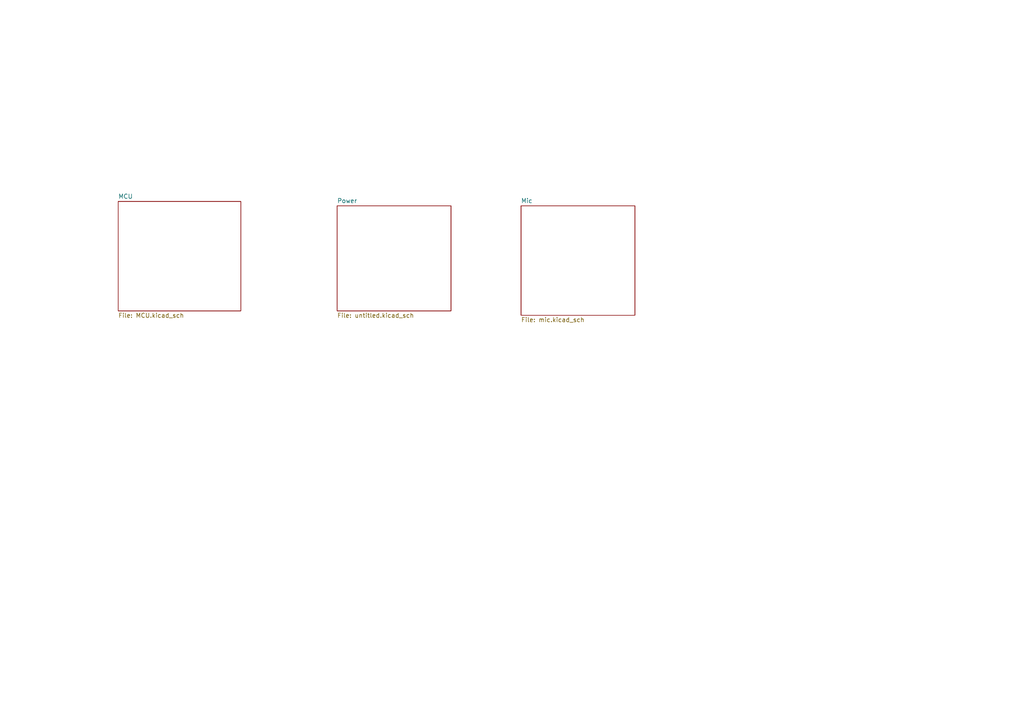
<source format=kicad_sch>
(kicad_sch
	(version 20231120)
	(generator "eeschema")
	(generator_version "8.0")
	(uuid "5448a297-4261-40a5-8009-47199bfe22cb")
	(paper "A4")
	(lib_symbols)
	(sheet
		(at 151.13 59.69)
		(size 33.02 31.75)
		(fields_autoplaced yes)
		(stroke
			(width 0.1524)
			(type solid)
		)
		(fill
			(color 0 0 0 0.0000)
		)
		(uuid "134a282e-9ca3-4100-8ce3-f798951ef007")
		(property "Sheetname" "Mic"
			(at 151.13 58.9784 0)
			(effects
				(font
					(size 1.27 1.27)
				)
				(justify left bottom)
			)
		)
		(property "Sheetfile" "mic.kicad_sch"
			(at 151.13 92.0246 0)
			(effects
				(font
					(size 1.27 1.27)
				)
				(justify left top)
			)
		)
		(instances
			(project "mic_patch_v1"
				(path "/5448a297-4261-40a5-8009-47199bfe22cb"
					(page "4")
				)
			)
		)
	)
	(sheet
		(at 34.29 58.42)
		(size 35.56 31.75)
		(fields_autoplaced yes)
		(stroke
			(width 0.1524)
			(type solid)
		)
		(fill
			(color 0 0 0 0.0000)
		)
		(uuid "1e8f7a85-c9d9-4dea-908a-5a79456d7ca4")
		(property "Sheetname" "MCU"
			(at 34.29 57.7084 0)
			(effects
				(font
					(size 1.27 1.27)
				)
				(justify left bottom)
			)
		)
		(property "Sheetfile" "MCU.kicad_sch"
			(at 34.29 90.7546 0)
			(effects
				(font
					(size 1.27 1.27)
				)
				(justify left top)
			)
		)
		(instances
			(project "mic_patch_v1"
				(path "/5448a297-4261-40a5-8009-47199bfe22cb"
					(page "2")
				)
			)
		)
	)
	(sheet
		(at 97.79 59.69)
		(size 33.02 30.48)
		(fields_autoplaced yes)
		(stroke
			(width 0.1524)
			(type solid)
		)
		(fill
			(color 0 0 0 0.0000)
		)
		(uuid "549bd3f0-5402-4113-b11d-8a88b4fc0730")
		(property "Sheetname" "Power"
			(at 97.79 58.9784 0)
			(effects
				(font
					(size 1.27 1.27)
				)
				(justify left bottom)
			)
		)
		(property "Sheetfile" "untitled.kicad_sch"
			(at 97.79 90.7546 0)
			(effects
				(font
					(size 1.27 1.27)
				)
				(justify left top)
			)
		)
		(instances
			(project "mic_patch_v1"
				(path "/5448a297-4261-40a5-8009-47199bfe22cb"
					(page "3")
				)
			)
		)
	)
	(sheet_instances
		(path "/"
			(page "1")
		)
	)
)
</source>
